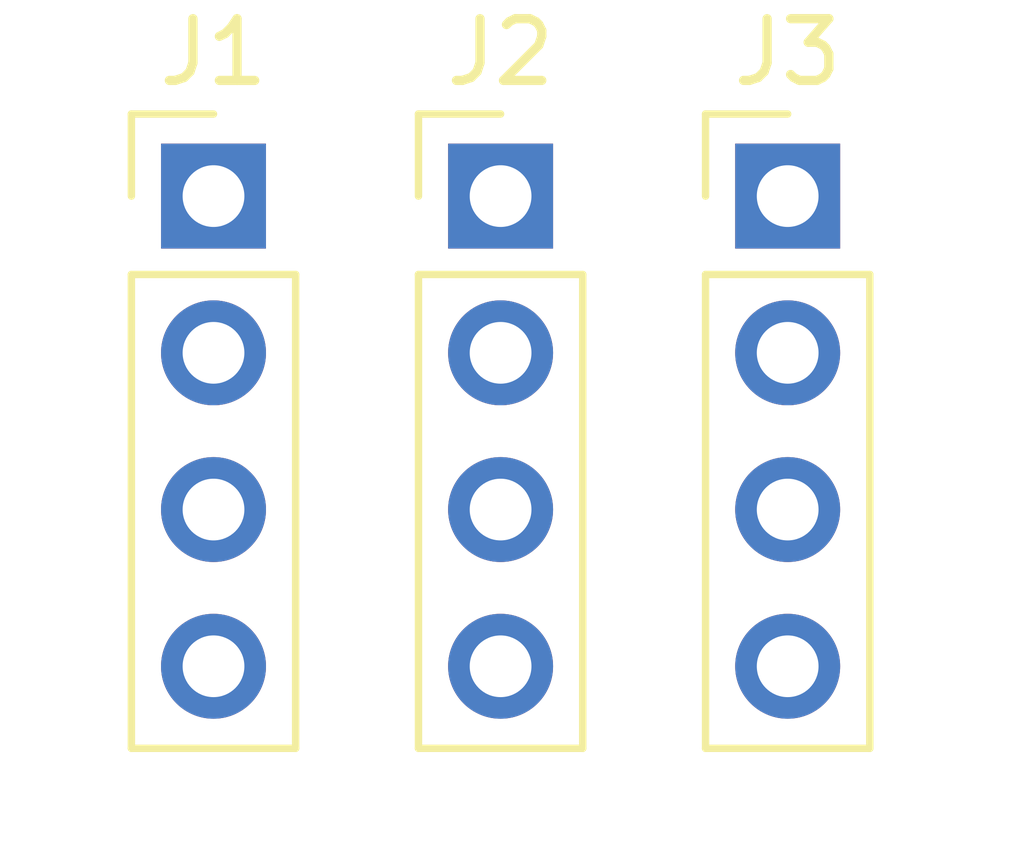
<source format=kicad_pcb>
(kicad_pcb (version 20240108) (generator "pcbnew") (generator_version "8.0")
  (layers (0 "F.Cu" signal) (31 "B.Cu" signal) (34 "B.Paste" user) (35 "F.Paste" user) (36 "B.SilkS" user "B.Silkscreen") (37 "F.SilkS" user "F.Silkscreen") (38 "B.Mask" user) (39 "F.Mask" user) (44 "Edge.Cuts" user))
  (net 0 "")
  (net 1 "EN_FOR")
  (net 2 "GNDREF")
  (net 3 "EN_REV")
  (net 4 "EN_BTN")
  (net 5 "Net-(J2-gnd)")
  (net 6 "Net-(J2-sda)")
  (net 7 "Net-(J2-3v3)")
  (net 8 "Net-(J2-scl)")
  (footprint "Connector_PinHeader_2.54mm:PinHeader_1x04_P2.54mm_Vertical" (layer "F.Cu") (at 145.7 93.88)
    (property "Reference" "J1" (at 0 -2.33 0) (layer "F.SilkS"))
    (property "Value" "renc_con")
    (fp_line (start -1.33 -1.33) (end 0 -1.33) (stroke (width 0.12)) (layer "F.SilkS"))
    (fp_line (start -1.33 0) (end -1.33 -1.33) (stroke (width 0.12)) (layer "F.SilkS"))
    (fp_line (start -1.33 1.27) (end -1.33 8.95) (stroke (width 0.12)) (layer "F.SilkS"))
    (fp_line (start -1.33 1.27) (end 1.33 1.27) (stroke (width 0.12)) (layer "F.SilkS"))
    (fp_line (start -1.33 8.95) (end 1.33 8.95) (stroke (width 0.12)) (layer "F.SilkS"))
    (fp_line (start 1.33 1.27) (end 1.33 8.95) (stroke (width 0.12)) (layer "F.SilkS"))
    (pad "1" thru_hole rect (at 0 0) (size 1.7 1.7) (drill 1) (layers "*.Cu" "*.Mask") (net 2 "GNDREF"))
    (pad "2" thru_hole oval (at 0 2.54) (size 1.7 1.7) (drill 1) (layers "*.Cu" "*.Mask") (net 1 "EN_FOR"))
    (pad "3" thru_hole oval (at 0 5.08) (size 1.7 1.7) (drill 1) (layers "*.Cu" "*.Mask") (net 3 "EN_REV"))
    (pad "4" thru_hole oval (at 0 7.62) (size 1.7 1.7) (drill 1) (layers "*.Cu" "*.Mask") (net 4 "EN_BTN"))
  )
  (footprint "Connector_PinHeader_2.54mm:PinHeader_1x04_P2.54mm_Vertical" (layer "F.Cu") (at 155 93.88)
    (property "Reference" "J3" (at 0 -2.33 0) (layer "F.SilkS"))
    (property "Value" "display_in")
    (fp_line (start -1.33 -1.33) (end 0 -1.33) (stroke (width 0.12)) (layer "F.SilkS"))
    (fp_line (start -1.33 0) (end -1.33 -1.33) (stroke (width 0.12)) (layer "F.SilkS"))
    (fp_line (start -1.33 1.27) (end -1.33 8.95) (stroke (width 0.12)) (layer "F.SilkS"))
    (fp_line (start -1.33 1.27) (end 1.33 1.27) (stroke (width 0.12)) (layer "F.SilkS"))
    (fp_line (start -1.33 8.95) (end 1.33 8.95) (stroke (width 0.12)) (layer "F.SilkS"))
    (fp_line (start 1.33 1.27) (end 1.33 8.95) (stroke (width 0.12)) (layer "F.SilkS"))
    (pad "1" thru_hole rect (at 0 0) (size 1.7 1.7) (drill 1) (layers "*.Cu" "*.Mask") (net 5 "Net-(J2-gnd)"))
    (pad "2" thru_hole oval (at 0 2.54) (size 1.7 1.7) (drill 1) (layers "*.Cu" "*.Mask") (net 7 "Net-(J2-3v3)"))
    (pad "3" thru_hole oval (at 0 5.08) (size 1.7 1.7) (drill 1) (layers "*.Cu" "*.Mask") (net 8 "Net-(J2-scl)"))
    (pad "4" thru_hole oval (at 0 7.62) (size 1.7 1.7) (drill 1) (layers "*.Cu" "*.Mask") (net 6 "Net-(J2-sda)"))
  )
  (footprint "Connector_PinHeader_2.54mm:PinHeader_1x04_P2.54mm_Vertical" (layer "F.Cu") (at 150.35 93.88)
    (property "Reference" "J2" (at 0 -2.33 0) (layer "F.SilkS"))
    (property "Value" "display_con")
    (fp_line (start -1.33 -1.33) (end 0 -1.33) (stroke (width 0.12)) (layer "F.SilkS"))
    (fp_line (start -1.33 0) (end -1.33 -1.33) (stroke (width 0.12)) (layer "F.SilkS"))
    (fp_line (start -1.33 1.27) (end -1.33 8.95) (stroke (width 0.12)) (layer "F.SilkS"))
    (fp_line (start -1.33 1.27) (end 1.33 1.27) (stroke (width 0.12)) (layer "F.SilkS"))
    (fp_line (start -1.33 8.95) (end 1.33 8.95) (stroke (width 0.12)) (layer "F.SilkS"))
    (fp_line (start 1.33 1.27) (end 1.33 8.95) (stroke (width 0.12)) (layer "F.SilkS"))
    (pad "1" thru_hole rect (at 0 0) (size 1.7 1.7) (drill 1) (layers "*.Cu" "*.Mask") (net 5 "Net-(J2-gnd)"))
    (pad "2" thru_hole oval (at 0 2.54) (size 1.7 1.7) (drill 1) (layers "*.Cu" "*.Mask") (net 7 "Net-(J2-3v3)"))
    (pad "3" thru_hole oval (at 0 5.08) (size 1.7 1.7) (drill 1) (layers "*.Cu" "*.Mask") (net 8 "Net-(J2-scl)"))
    (pad "4" thru_hole oval (at 0 7.62) (size 1.7 1.7) (drill 1) (layers "*.Cu" "*.Mask") (net 6 "Net-(J2-sda)"))
  )
)
</source>
